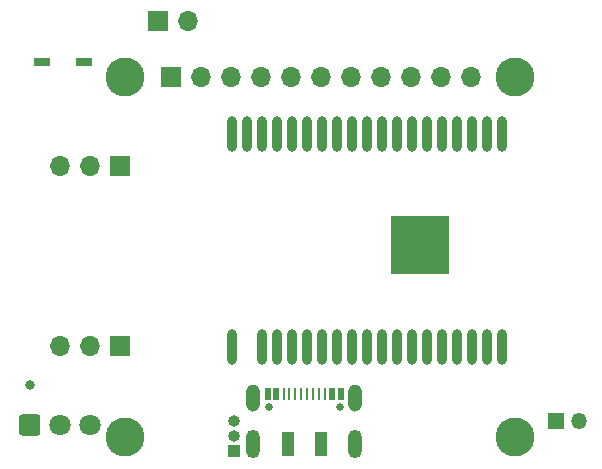
<source format=gbr>
%TF.GenerationSoftware,KiCad,Pcbnew,5.1.9*%
%TF.CreationDate,2021-02-12T16:46:07+00:00*%
%TF.ProjectId,watch2,77617463-6832-42e6-9b69-6361645f7063,rev?*%
%TF.SameCoordinates,Original*%
%TF.FileFunction,Soldermask,Bot*%
%TF.FilePolarity,Negative*%
%FSLAX46Y46*%
G04 Gerber Fmt 4.6, Leading zero omitted, Abs format (unit mm)*
G04 Created by KiCad (PCBNEW 5.1.9) date 2021-02-12 16:46:07*
%MOMM*%
%LPD*%
G01*
G04 APERTURE LIST*
%ADD10C,0.800000*%
%ADD11O,0.900000X3.000000*%
%ADD12R,5.000000X5.000000*%
%ADD13R,0.520000X1.000000*%
%ADD14R,0.270000X1.000000*%
%ADD15C,0.600000*%
%ADD16C,0.630000*%
%ADD17R,1.000000X2.000000*%
%ADD18O,1.158000X2.316000*%
%ADD19O,1.200000X2.400000*%
%ADD20R,1.700000X1.700000*%
%ADD21O,1.700000X1.700000*%
%ADD22C,3.301600*%
%ADD23R,1.350000X1.350000*%
%ADD24O,1.350000X1.350000*%
%ADD25R,1.400000X0.800000*%
%ADD26R,1.000000X1.000000*%
%ADD27O,1.000000X1.000000*%
%ADD28C,1.800000*%
G04 APERTURE END LIST*
D10*
%TO.C,U7*%
X164106000Y-100000000D03*
X163106000Y-100000000D03*
X162106000Y-100000000D03*
X161106000Y-100000000D03*
X160106000Y-100000000D03*
X164106000Y-102000000D03*
X163106000Y-102000000D03*
X162106000Y-102000000D03*
X161106000Y-102000000D03*
X160106000Y-102000000D03*
X160106000Y-101000000D03*
X161106000Y-101000000D03*
X162106000Y-101000000D03*
X163106000Y-101000000D03*
X164106000Y-101000000D03*
X164106000Y-103000000D03*
X163106000Y-103000000D03*
X162106000Y-103000000D03*
X161106000Y-103000000D03*
X160106000Y-103000000D03*
X160106000Y-104000000D03*
X161106000Y-104000000D03*
X162106000Y-104000000D03*
X163106000Y-104000000D03*
D11*
X169016000Y-92570000D03*
X167746000Y-92570000D03*
X166476000Y-92570000D03*
X165206000Y-92570000D03*
X163936000Y-92570000D03*
X162666000Y-92570000D03*
X161396000Y-92570000D03*
X160126000Y-92570000D03*
X158856000Y-92570000D03*
X157586000Y-92570000D03*
X156316000Y-92570000D03*
X155046000Y-92570000D03*
X153776000Y-92570000D03*
X152506000Y-92570000D03*
X151206000Y-92600000D03*
X149936000Y-92600000D03*
X148666000Y-92600000D03*
X147396000Y-92600000D03*
X146126000Y-92600000D03*
X146126000Y-110600000D03*
X148666000Y-110600000D03*
X149936000Y-110600000D03*
X151206000Y-110600000D03*
X152506000Y-110600000D03*
X153776000Y-110600000D03*
X155046000Y-110600000D03*
X156316000Y-110600000D03*
X157586000Y-110600000D03*
X158856000Y-110600000D03*
X160126000Y-110600000D03*
X161396000Y-110600000D03*
X162666000Y-110600000D03*
X163936000Y-110600000D03*
X165206000Y-110600000D03*
X166476000Y-110600000D03*
X167746000Y-110600000D03*
X169016000Y-110600000D03*
D12*
X162096000Y-102000000D03*
D10*
X164106000Y-104000000D03*
%TD*%
D13*
%TO.C,J1*%
X155373000Y-114597000D03*
X149173000Y-114597000D03*
X154623000Y-114597000D03*
X149923000Y-114597000D03*
D14*
X154023000Y-114597000D03*
X150523000Y-114597000D03*
X153523000Y-114597000D03*
X153023000Y-114597000D03*
X152523000Y-114597000D03*
X152023000Y-114597000D03*
X151523000Y-114597000D03*
X151023000Y-114597000D03*
D15*
X149273000Y-115697000D03*
D16*
X149273000Y-115697000D03*
D17*
X153673000Y-118797000D03*
X150873000Y-118797000D03*
D16*
X155273000Y-115697000D03*
D18*
X156593000Y-114972000D03*
X147953000Y-114972000D03*
D19*
X156593000Y-118797000D03*
X147953000Y-118797000D03*
%TD*%
D20*
%TO.C,J4*%
X136652000Y-95250000D03*
D21*
X134112000Y-95250000D03*
X131572000Y-95250000D03*
%TD*%
D22*
%TO.C,U$7*%
X137134600Y-118198900D03*
%TD*%
%TO.C,U$8*%
X170154600Y-118198900D03*
%TD*%
%TO.C,U$9*%
X137134600Y-87718900D03*
%TD*%
%TO.C,U$10*%
X170154600Y-87718900D03*
%TD*%
D23*
%TO.C,BT1*%
X173577500Y-116840000D03*
D24*
X175577500Y-116840000D03*
%TD*%
D25*
%TO.C,D5*%
X130048000Y-86487000D03*
X133648000Y-86487000D03*
%TD*%
D26*
%TO.C,J3*%
X146304000Y-119380000D03*
D27*
X146304000Y-118110000D03*
X146304000Y-116840000D03*
%TD*%
D21*
%TO.C,J5*%
X131572000Y-110490000D03*
X134112000Y-110490000D03*
D20*
X136652000Y-110490000D03*
%TD*%
%TO.C,J6*%
X140970000Y-87757000D03*
D21*
X143510000Y-87757000D03*
X146050000Y-87757000D03*
X148590000Y-87757000D03*
X151130000Y-87757000D03*
X153670000Y-87757000D03*
X156210000Y-87757000D03*
X158750000Y-87757000D03*
X161290000Y-87757000D03*
X163830000Y-87757000D03*
X166370000Y-87757000D03*
%TD*%
%TO.C,J8*%
X142430500Y-82994500D03*
D20*
X139890500Y-82994500D03*
%TD*%
D10*
%TO.C,MK1*%
X129095500Y-113855500D03*
%TD*%
%TO.C,U9*%
G36*
G01*
X128132000Y-117870800D02*
X128132000Y-116571200D01*
G75*
G02*
X128382200Y-116321000I250200J0D01*
G01*
X129681800Y-116321000D01*
G75*
G02*
X129932000Y-116571200I0J-250200D01*
G01*
X129932000Y-117870800D01*
G75*
G02*
X129681800Y-118121000I-250200J0D01*
G01*
X128382200Y-118121000D01*
G75*
G02*
X128132000Y-117870800I0J250200D01*
G01*
G37*
D28*
X131572000Y-117221000D03*
X134112000Y-117221000D03*
%TD*%
M02*

</source>
